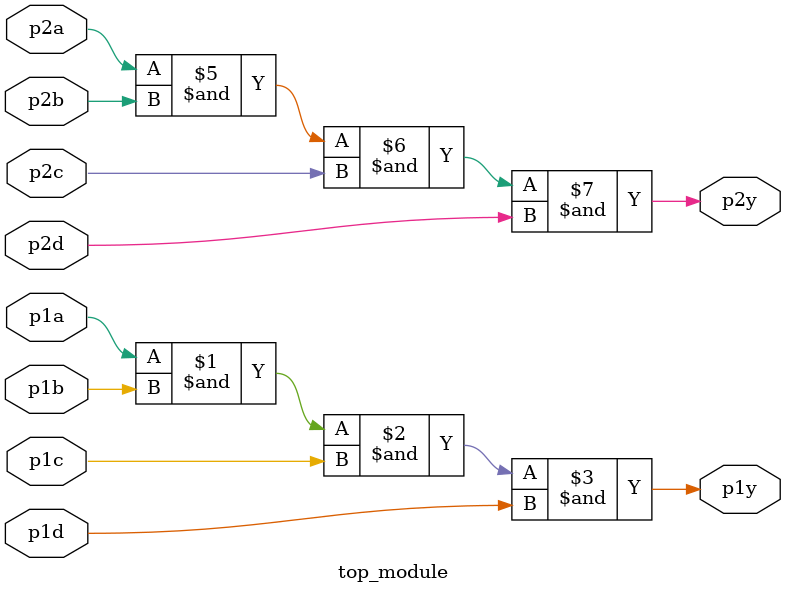
<source format=sv>
module top_module(
    input p1a, 
    input p1b, 
    input p1c, 
    input p1d, 
    output p1y, 
    input p2a, 
    input p2b, 
    input p2c, 
    input p2d, 
    output p2y
);
    wire p1n; // intermediate wire for p1y output
    wire p2n; // intermediate wire for p2y output
    
    // 4-input AND gate for p1y output
    assign p1n = ~(p1a & p1b & p1c & p1d);
    
    // 4-input AND gate for p2y output
    assign p2n = ~(p2a & p2b & p2c & p2d);
    
    // Inverter for p1y output
    assign p1y = ~p1n;
    
    // Inverter for p2y output
    assign p2y = ~p2n;
    
endmodule

</source>
